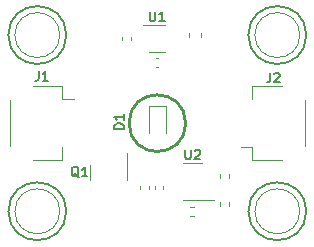
<source format=gto>
%TF.GenerationSoftware,KiCad,Pcbnew,9.0.1-9.0.1-0~ubuntu22.04.1*%
%TF.CreationDate,2025-09-19T12:09:01-07:00*%
%TF.ProjectId,SMD0603_16mA,534d4430-3630-4335-9f31-366d412e6b69,rev?*%
%TF.SameCoordinates,Original*%
%TF.FileFunction,Legend,Top*%
%TF.FilePolarity,Positive*%
%FSLAX46Y46*%
G04 Gerber Fmt 4.6, Leading zero omitted, Abs format (unit mm)*
G04 Created by KiCad (PCBNEW 9.0.1-9.0.1-0~ubuntu22.04.1) date 2025-09-19 12:09:01*
%MOMM*%
%LPD*%
G01*
G04 APERTURE LIST*
%ADD10C,0.250000*%
%ADD11C,0.150000*%
%ADD12C,0.050000*%
%ADD13C,0.120000*%
G04 APERTURE END LIST*
D10*
X65100000Y-60000000D02*
G75*
G02*
X60300000Y-60000000I-2400000J0D01*
G01*
X60300000Y-60000000D02*
G75*
G02*
X65100000Y-60000000I2400000J0D01*
G01*
D11*
X59849095Y-60458275D02*
X59049095Y-60458275D01*
X59049095Y-60458275D02*
X59049095Y-60267799D01*
X59049095Y-60267799D02*
X59087190Y-60153513D01*
X59087190Y-60153513D02*
X59163380Y-60077323D01*
X59163380Y-60077323D02*
X59239571Y-60039228D01*
X59239571Y-60039228D02*
X59391952Y-60001132D01*
X59391952Y-60001132D02*
X59506238Y-60001132D01*
X59506238Y-60001132D02*
X59658619Y-60039228D01*
X59658619Y-60039228D02*
X59734809Y-60077323D01*
X59734809Y-60077323D02*
X59811000Y-60153513D01*
X59811000Y-60153513D02*
X59849095Y-60267799D01*
X59849095Y-60267799D02*
X59849095Y-60458275D01*
X59849095Y-59239228D02*
X59849095Y-59696371D01*
X59849095Y-59467799D02*
X59049095Y-59467799D01*
X59049095Y-59467799D02*
X59163380Y-59543990D01*
X59163380Y-59543990D02*
X59239571Y-59620180D01*
X59239571Y-59620180D02*
X59277666Y-59696371D01*
X52643133Y-55620095D02*
X52643133Y-56191523D01*
X52643133Y-56191523D02*
X52605038Y-56305809D01*
X52605038Y-56305809D02*
X52528847Y-56382000D01*
X52528847Y-56382000D02*
X52414562Y-56420095D01*
X52414562Y-56420095D02*
X52338371Y-56420095D01*
X53443133Y-56420095D02*
X52985990Y-56420095D01*
X53214562Y-56420095D02*
X53214562Y-55620095D01*
X53214562Y-55620095D02*
X53138371Y-55734380D01*
X53138371Y-55734380D02*
X53062181Y-55810571D01*
X53062181Y-55810571D02*
X52985990Y-55848666D01*
X72274133Y-55747095D02*
X72274133Y-56318523D01*
X72274133Y-56318523D02*
X72236038Y-56432809D01*
X72236038Y-56432809D02*
X72159847Y-56509000D01*
X72159847Y-56509000D02*
X72045562Y-56547095D01*
X72045562Y-56547095D02*
X71969371Y-56547095D01*
X72616990Y-55823285D02*
X72655086Y-55785190D01*
X72655086Y-55785190D02*
X72731276Y-55747095D01*
X72731276Y-55747095D02*
X72921752Y-55747095D01*
X72921752Y-55747095D02*
X72997943Y-55785190D01*
X72997943Y-55785190D02*
X73036038Y-55823285D01*
X73036038Y-55823285D02*
X73074133Y-55899476D01*
X73074133Y-55899476D02*
X73074133Y-55975666D01*
X73074133Y-55975666D02*
X73036038Y-56089952D01*
X73036038Y-56089952D02*
X72578895Y-56547095D01*
X72578895Y-56547095D02*
X73074133Y-56547095D01*
X65060676Y-62243295D02*
X65060676Y-62890914D01*
X65060676Y-62890914D02*
X65098771Y-62967104D01*
X65098771Y-62967104D02*
X65136866Y-63005200D01*
X65136866Y-63005200D02*
X65213057Y-63043295D01*
X65213057Y-63043295D02*
X65365438Y-63043295D01*
X65365438Y-63043295D02*
X65441628Y-63005200D01*
X65441628Y-63005200D02*
X65479723Y-62967104D01*
X65479723Y-62967104D02*
X65517819Y-62890914D01*
X65517819Y-62890914D02*
X65517819Y-62243295D01*
X65860675Y-62319485D02*
X65898771Y-62281390D01*
X65898771Y-62281390D02*
X65974961Y-62243295D01*
X65974961Y-62243295D02*
X66165437Y-62243295D01*
X66165437Y-62243295D02*
X66241628Y-62281390D01*
X66241628Y-62281390D02*
X66279723Y-62319485D01*
X66279723Y-62319485D02*
X66317818Y-62395676D01*
X66317818Y-62395676D02*
X66317818Y-62471866D01*
X66317818Y-62471866D02*
X66279723Y-62586152D01*
X66279723Y-62586152D02*
X65822580Y-63043295D01*
X65822580Y-63043295D02*
X66317818Y-63043295D01*
X62067476Y-50565495D02*
X62067476Y-51213114D01*
X62067476Y-51213114D02*
X62105571Y-51289304D01*
X62105571Y-51289304D02*
X62143666Y-51327400D01*
X62143666Y-51327400D02*
X62219857Y-51365495D01*
X62219857Y-51365495D02*
X62372238Y-51365495D01*
X62372238Y-51365495D02*
X62448428Y-51327400D01*
X62448428Y-51327400D02*
X62486523Y-51289304D01*
X62486523Y-51289304D02*
X62524619Y-51213114D01*
X62524619Y-51213114D02*
X62524619Y-50565495D01*
X63324618Y-51365495D02*
X62867475Y-51365495D01*
X63096047Y-51365495D02*
X63096047Y-50565495D01*
X63096047Y-50565495D02*
X63019856Y-50679780D01*
X63019856Y-50679780D02*
X62943666Y-50755971D01*
X62943666Y-50755971D02*
X62867475Y-50794066D01*
X56048809Y-64588485D02*
X55972619Y-64550390D01*
X55972619Y-64550390D02*
X55896428Y-64474200D01*
X55896428Y-64474200D02*
X55782142Y-64359914D01*
X55782142Y-64359914D02*
X55705952Y-64321819D01*
X55705952Y-64321819D02*
X55629761Y-64321819D01*
X55667857Y-64512295D02*
X55591666Y-64474200D01*
X55591666Y-64474200D02*
X55515476Y-64398009D01*
X55515476Y-64398009D02*
X55477380Y-64245628D01*
X55477380Y-64245628D02*
X55477380Y-63978961D01*
X55477380Y-63978961D02*
X55515476Y-63826580D01*
X55515476Y-63826580D02*
X55591666Y-63750390D01*
X55591666Y-63750390D02*
X55667857Y-63712295D01*
X55667857Y-63712295D02*
X55820238Y-63712295D01*
X55820238Y-63712295D02*
X55896428Y-63750390D01*
X55896428Y-63750390D02*
X55972619Y-63826580D01*
X55972619Y-63826580D02*
X56010714Y-63978961D01*
X56010714Y-63978961D02*
X56010714Y-64245628D01*
X56010714Y-64245628D02*
X55972619Y-64398009D01*
X55972619Y-64398009D02*
X55896428Y-64474200D01*
X55896428Y-64474200D02*
X55820238Y-64512295D01*
X55820238Y-64512295D02*
X55667857Y-64512295D01*
X56772618Y-64512295D02*
X56315475Y-64512295D01*
X56544047Y-64512295D02*
X56544047Y-63712295D01*
X56544047Y-63712295D02*
X56467856Y-63826580D01*
X56467856Y-63826580D02*
X56391666Y-63902771D01*
X56391666Y-63902771D02*
X56315475Y-63940866D01*
D12*
%TO.C,M1*%
X54440000Y-52540000D02*
G75*
G02*
X50640000Y-52540000I-1900000J0D01*
G01*
X50640000Y-52540000D02*
G75*
G02*
X54440000Y-52540000I1900000J0D01*
G01*
D11*
X54990000Y-52540000D02*
G75*
G02*
X50090000Y-52540000I-2450000J0D01*
G01*
X50090000Y-52540000D02*
G75*
G02*
X54990000Y-52540000I2450000J0D01*
G01*
D12*
%TO.C,M2*%
X74760000Y-52540000D02*
G75*
G02*
X70960000Y-52540000I-1900000J0D01*
G01*
X70960000Y-52540000D02*
G75*
G02*
X74760000Y-52540000I1900000J0D01*
G01*
D11*
X75310000Y-52540000D02*
G75*
G02*
X70410000Y-52540000I-2450000J0D01*
G01*
X70410000Y-52540000D02*
G75*
G02*
X75310000Y-52540000I2450000J0D01*
G01*
D12*
%TO.C,M3*%
X74760000Y-67460000D02*
G75*
G02*
X70960000Y-67460000I-1900000J0D01*
G01*
X70960000Y-67460000D02*
G75*
G02*
X74760000Y-67460000I1900000J0D01*
G01*
D11*
X75310000Y-67460000D02*
G75*
G02*
X70410000Y-67460000I-2450000J0D01*
G01*
X70410000Y-67460000D02*
G75*
G02*
X75310000Y-67460000I2450000J0D01*
G01*
D12*
%TO.C,M4*%
X54440000Y-67460000D02*
G75*
G02*
X50640000Y-67460000I-1900000J0D01*
G01*
X50640000Y-67460000D02*
G75*
G02*
X54440000Y-67460000I1900000J0D01*
G01*
D11*
X54990000Y-67460000D02*
G75*
G02*
X50090000Y-67460000I-2450000J0D01*
G01*
X50090000Y-67460000D02*
G75*
G02*
X54990000Y-67460000I2450000J0D01*
G01*
D13*
%TO.C,D1*%
X63435000Y-58515000D02*
X61965000Y-58515000D01*
X61965000Y-58515000D02*
X61965000Y-60800000D01*
X63435000Y-60800000D02*
X63435000Y-58515000D01*
%TO.C,J1*%
X54665000Y-56890000D02*
X54665000Y-57940000D01*
X52165000Y-56890000D02*
X54665000Y-56890000D01*
X54665000Y-57940000D02*
X55655000Y-57940000D01*
X50195000Y-58060000D02*
X50195000Y-61940000D01*
X54665000Y-63110000D02*
X54665000Y-62060000D01*
X52165000Y-63110000D02*
X54665000Y-63110000D01*
%TO.C,J2*%
X70735000Y-63110000D02*
X70735000Y-62060000D01*
X73235000Y-63110000D02*
X70735000Y-63110000D01*
X70735000Y-62060000D02*
X69745000Y-62060000D01*
X75205000Y-61940000D02*
X75205000Y-58060000D01*
X70735000Y-56890000D02*
X70735000Y-57940000D01*
X73235000Y-56890000D02*
X70735000Y-56890000D01*
%TO.C,R1*%
X68807600Y-64338959D02*
X68807600Y-64646241D01*
X68047600Y-64338959D02*
X68047600Y-64646241D01*
%TO.C,U2*%
X65657700Y-66491000D02*
X67457700Y-66491000D01*
X65657700Y-66491000D02*
X64857700Y-66491000D01*
X65657700Y-63371000D02*
X66457700Y-63371000D01*
X65657700Y-63371000D02*
X64857700Y-63371000D01*
%TO.C,C3*%
X62485200Y-65563836D02*
X62485200Y-65348164D01*
X63205200Y-65563836D02*
X63205200Y-65348164D01*
%TO.C,R3*%
X68047600Y-67004441D02*
X68047600Y-66697159D01*
X68807600Y-67004441D02*
X68807600Y-66697159D01*
%TO.C,L1*%
X66372200Y-52364421D02*
X66372200Y-52689979D01*
X65352200Y-52364421D02*
X65352200Y-52689979D01*
%TO.C,R2*%
X65506559Y-67101000D02*
X65813841Y-67101000D01*
X65506559Y-67861000D02*
X65813841Y-67861000D01*
%TO.C,C1*%
X59711000Y-52939836D02*
X59711000Y-52724164D01*
X60431000Y-52939836D02*
X60431000Y-52724164D01*
%TO.C,U1*%
X61977000Y-54007000D02*
X63377000Y-54007000D01*
X63377000Y-51687000D02*
X61477000Y-51687000D01*
%TO.C,C4*%
X61260200Y-65568836D02*
X61260200Y-65353164D01*
X61980200Y-65568836D02*
X61980200Y-65353164D01*
%TO.C,Q1*%
X60110000Y-64162500D02*
X60110000Y-62487500D01*
X60110000Y-64162500D02*
X60110000Y-64812500D01*
X56990000Y-64162500D02*
X56990000Y-63512500D01*
X56990000Y-64162500D02*
X56990000Y-64812500D01*
%TO.C,C2*%
X62581964Y-54504000D02*
X62797636Y-54504000D01*
X62581964Y-55224000D02*
X62797636Y-55224000D01*
%TD*%
M02*

</source>
